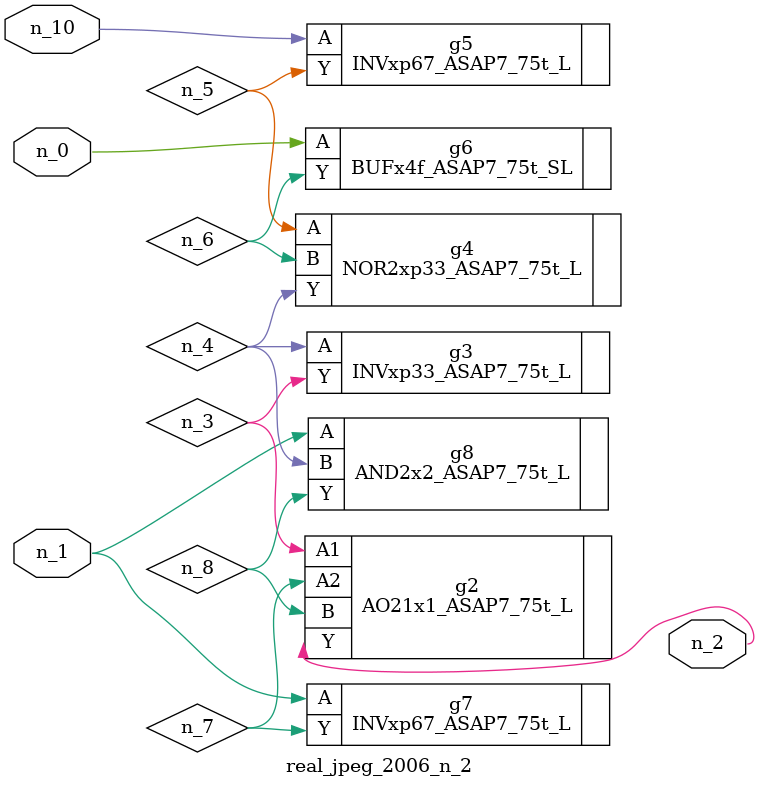
<source format=v>
module real_jpeg_2006_n_2 (n_1, n_10, n_0, n_2);

input n_1;
input n_10;
input n_0;

output n_2;

wire n_5;
wire n_4;
wire n_8;
wire n_6;
wire n_7;
wire n_3;

BUFx4f_ASAP7_75t_SL g6 ( 
.A(n_0),
.Y(n_6)
);

INVxp67_ASAP7_75t_L g7 ( 
.A(n_1),
.Y(n_7)
);

AND2x2_ASAP7_75t_L g8 ( 
.A(n_1),
.B(n_4),
.Y(n_8)
);

AO21x1_ASAP7_75t_L g2 ( 
.A1(n_3),
.A2(n_7),
.B(n_8),
.Y(n_2)
);

INVxp33_ASAP7_75t_L g3 ( 
.A(n_4),
.Y(n_3)
);

NOR2xp33_ASAP7_75t_L g4 ( 
.A(n_5),
.B(n_6),
.Y(n_4)
);

INVxp67_ASAP7_75t_L g5 ( 
.A(n_10),
.Y(n_5)
);


endmodule
</source>
